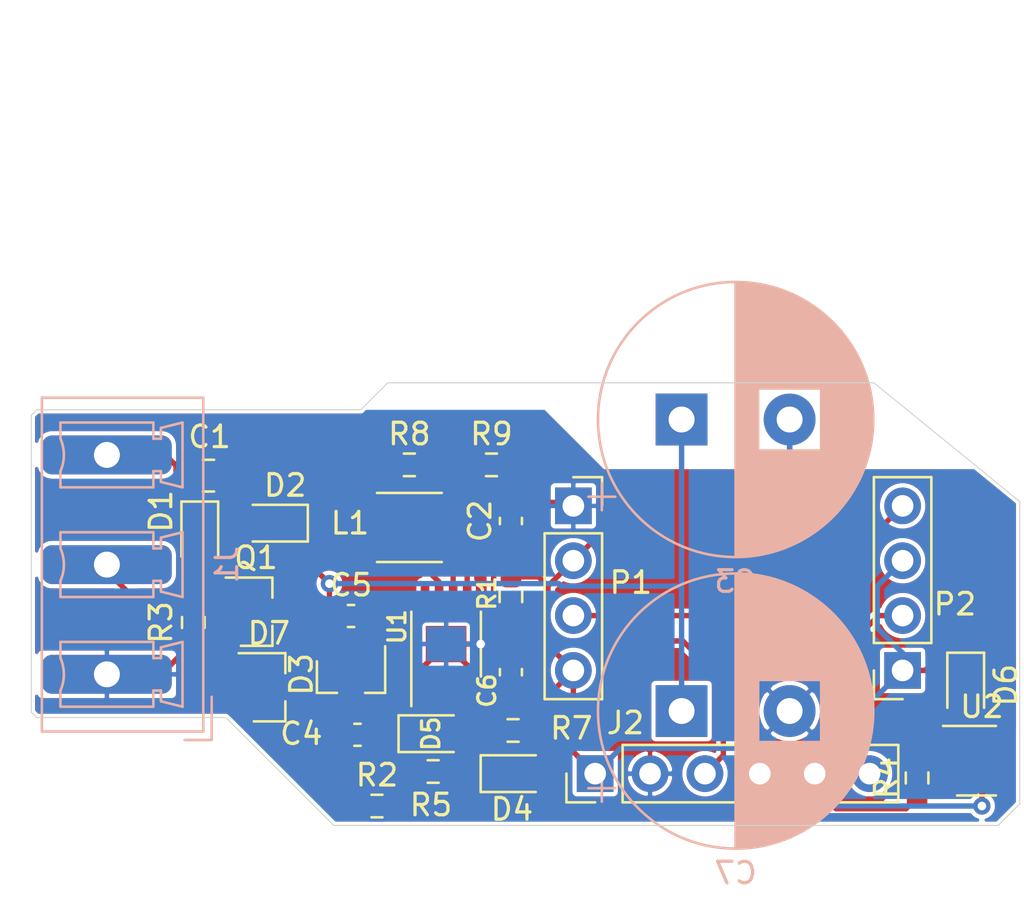
<source format=kicad_pcb>
(kicad_pcb (version 20171130) (host pcbnew 5.1.9+dfsg1-1)
  (layers (0 F.Cu signal) (31 B.Cu signal) (34 B.Paste user) (35 F.Paste user) (36 B.SilkS user) (37 F.SilkS user) (38 B.Mask user) (39 F.Mask user) (44 Edge.Cuts user))
  (net 0 "")
  (net 1 /A)
  (net 2 "Net-(C1-Pad1)")
  (net 3 /RX)
  (net 4 GND)
  (net 5 +2V5)
  (net 6 /I2)
  (net 7 /TX)
  (net 8 /RST)
  (net 9 /CTS)
  (net 10 VCC)
  (net 11 "Net-(D4-Pad1)")
  (net 12 "Net-(D4-Pad2)")
  (net 13 "Net-(L1-Pad1)")
  (net 14 "Net-(R8-Pad2)")
  (net 15 "Net-(D6-Pad2)")
  (net 16 "Net-(D7-Pad2)")
  (module Diode_SMD:D_SOD-323 (layer F.Cu) (at 183.25 132.5 270)
    (fp_text reference D6 (at 0 -1.85 90) (layer F.SilkS))
    (fp_text value SD103)
    (pad 1 smd rect (at -1.05 0 270) (size 0.6 0.45) (layers F.Cu F.Paste F.Mask) (net 5 +2V5))
    (pad 2 smd rect (at 1.05 0 270) (size 0.6 0.45) (layers F.Cu F.Paste F.Mask) (net 15 "Net-(D6-Pad2)"))
  )
  (module Package_SO:MSOP-8-1EP_3x3mm_P0.65mm_EP1.68x1.88mm_ThermalVias (layer F.Cu) (at 159.2 130.6 90)
    (fp_text reference U1 (at 0.802744 -2.269563 90) (layer F.SilkS) (effects (font (size 0.8 0.8))))
    (fp_text value TPS62160DGKT)
    (pad 1 smd roundrect (at -2.15 -0.975 90) (size 1.45 0.4) (layers F.Cu F.Paste F.Mask) (net 4 GND))
    (pad 2 smd roundrect (at -2.15 -0.325 90) (size 1.45 0.4) (layers F.Cu F.Paste F.Mask) (net 10 VCC))
    (pad 3 smd roundrect (at -2.15 0.325 90) (size 1.45 0.4) (layers F.Cu F.Paste F.Mask) (net 11 "Net-(D4-Pad1)"))
    (pad 4 smd roundrect (at -2.15 0.975 90) (size 1.45 0.4) (layers F.Cu F.Paste F.Mask) (net 4 GND))
    (pad 5 smd roundrect (at 2.15 0.975 90) (size 1.45 0.4) (layers F.Cu F.Paste F.Mask) (net 14 "Net-(R8-Pad2)"))
    (pad 6 smd roundrect (at 2.15 0.325 90) (size 1.45 0.4) (layers F.Cu F.Paste F.Mask) (net 5 +2V5))
    (pad 7 smd roundrect (at 2.15 -0.325 90) (size 1.45 0.4) (layers F.Cu F.Paste F.Mask) (net 13 "Net-(L1-Pad1)"))
    (pad 8 smd roundrect (at 2.15 -0.975 90) (size 1.45 0.4) (layers F.Cu F.Paste F.Mask))
    (pad 9 smd rect (at 0 0 90) (size 1.68 1.88) (layers F.Cu F.Mask) (net 4 GND))
    (pad 9 smd rect (at 0 0 90) (size 1.6 1.8) (layers B.Cu) (net 4 GND))
  )
  (module Diode_SMD:D_SOD-323 (layer F.Cu) (at 151.3 125 180)
    (fp_text reference D2 (at -0.45 1.75) (layer F.SilkS))
    (fp_text value SD103)
    (pad 2 smd rect (at 1.05 0 180) (size 0.6 0.45) (layers F.Cu F.Paste F.Mask) (net 2 "Net-(C1-Pad1)"))
    (pad 1 smd rect (at -1.05 0 180) (size 0.6 0.45) (layers F.Cu F.Paste F.Mask) (net 10 VCC))
  )
  (module Diode_SMD:D_SOT-23_ANK (layer F.Cu) (at 154.8 132.1 270)
    (fp_text reference D3 (at -0.1 2.3 90) (layer F.SilkS))
    (fp_text value BZX84C16)
    (pad 2 smd rect (at -1 -0.95 270) (size 0.9 0.8) (layers F.Cu F.Paste F.Mask) (net 4 GND))
    (pad "" smd rect (at -1 0.95 270) (size 0.9 0.8) (layers F.Cu F.Paste F.Mask))
    (pad 1 smd rect (at 1 0 270) (size 0.9 0.8) (layers F.Cu F.Paste F.Mask) (net 10 VCC))
  )
  (module Capacitor_THT:CP_Radial_D12.5mm_P5.00mm (layer B.Cu) (at 170.1 120.2)
    (fp_text reference C3 (at 2.5 7.5) (layer B.SilkS) (effects (justify mirror)))
    (fp_text value "4700uF 16V")
    (pad 1 thru_hole rect (at 0 0) (size 2.4 2.4) (drill 1.2) (layers *.Cu *.Mask) (net 10 VCC))
    (pad 2 thru_hole circle (at 5 0) (size 2.4 2.4) (drill 1.2) (layers *.Cu *.Mask) (net 4 GND))
  )
  (module Connector_PinSocket_2.54mm:PinSocket_1x04_P2.54mm_Vertical (layer F.Cu) (at 165.09 124.2)
    (fp_text reference P1 (at 2.66 3.55) (layer F.SilkS))
    (fp_text value CONN_01X04)
    (pad 1 thru_hole rect (at 0 0) (size 1.7 1.7) (drill 1) (layers *.Cu *.Mask) (net 4 GND))
    (pad 2 thru_hole oval (at 0 2.54) (size 1.7 1.7) (drill 1) (layers *.Cu *.Mask) (net 3 /RX))
    (pad 3 thru_hole oval (at 0 5.08) (size 1.7 1.7) (drill 1) (layers *.Cu *.Mask) (net 7 /TX))
    (pad 4 thru_hole oval (at 0 7.62) (size 1.7 1.7) (drill 1) (layers *.Cu *.Mask) (net 5 +2V5))
  )
  (module Connector_PinSocket_2.54mm:PinSocket_1x04_P2.54mm_Vertical (layer F.Cu) (at 180.33 131.82 180)
    (fp_text reference P2 (at -2.42 3.07) (layer F.SilkS))
    (fp_text value CONN_01X04)
    (pad 4 thru_hole oval (at 0 7.62 180) (size 1.7 1.7) (drill 1) (layers *.Cu *.Mask) (net 8 /RST))
    (pad 3 thru_hole oval (at 0 5.08 180) (size 1.7 1.7) (drill 1) (layers *.Cu *.Mask) (net 5 +2V5))
    (pad 2 thru_hole oval (at 0 2.54 180) (size 1.7 1.7) (drill 1) (layers *.Cu *.Mask) (net 9 /CTS))
    (pad 1 thru_hole rect (at 0 0 180) (size 1.7 1.7) (drill 1) (layers *.Cu *.Mask) (net 5 +2V5))
  )
  (module Capacitor_SMD:C_0805_2012Metric_Pad1.18x1.45mm_HandSolder (layer F.Cu) (at 148.2 122.8 180)
    (fp_text reference C1 (at -0.05 1.8) (layer F.SilkS))
    (fp_text value 1uF)
    (pad 1 smd roundrect (at -1.0375 0 180) (size 1.175 1.45) (layers F.Cu F.Paste F.Mask) (roundrect_rratio 0.2127659574468085) (net 2 "Net-(C1-Pad1)"))
    (pad 2 smd roundrect (at 1.0375 0 180) (size 1.175 1.45) (layers F.Cu F.Paste F.Mask) (roundrect_rratio 0.2127659574468085) (net 1 /A))
  )
  (module Capacitor_SMD:C_0603_1608Metric_Pad1.08x0.95mm_HandSolder (layer F.Cu) (at 162.2 124.9 90)
    (fp_text reference C2 (at 0 -1.43 90) (layer F.SilkS))
    (fp_text value 330pF)
    (pad 2 smd roundrect (at 0.8625 0 90) (size 1.075 0.95) (layers F.Cu F.Paste F.Mask) (net 4 GND))
    (pad 1 smd roundrect (at -0.8625 0 90) (size 1.075 0.95) (layers F.Cu F.Paste F.Mask) (net 3 /RX))
  )
  (module Capacitor_SMD:C_0603_1608Metric_Pad1.08x0.95mm_HandSolder (layer F.Cu) (at 155.1 134.8 180)
    (fp_text reference C4 (at 2.6 0.05) (layer F.SilkS))
    (fp_text value 100nF)
    (pad 1 smd roundrect (at -0.8625 0 180) (size 1.075 0.95) (layers F.Cu F.Paste F.Mask) (net 10 VCC))
    (pad 2 smd roundrect (at 0.8625 0 180) (size 1.075 0.95) (layers F.Cu F.Paste F.Mask) (net 4 GND))
  )
  (module Capacitor_SMD:C_0603_1608Metric_Pad1.08x0.95mm_HandSolder (layer F.Cu) (at 154.8 129.3)
    (fp_text reference C5 (at 0 -1.43) (layer F.SilkS))
    (fp_text value 22uF)
    (pad 2 smd roundrect (at 0.8625 0) (size 1.075 0.95) (layers F.Cu F.Paste F.Mask) (net 4 GND))
    (pad 1 smd roundrect (at -0.8625 0) (size 1.075 0.95) (layers F.Cu F.Paste F.Mask) (net 10 VCC))
  )
  (module Capacitor_SMD:C_0603_1608Metric_Pad1.08x0.95mm_HandSolder (layer F.Cu) (at 162.2 131.9 90)
    (fp_text reference C6 (at -0.857116 -1.106127 90) (layer F.SilkS) (effects (font (size 0.8 0.8))))
    (fp_text value 22uF)
    (pad 1 smd roundrect (at -0.8625 0 90) (size 1.075 0.95) (layers F.Cu F.Paste F.Mask) (net 5 +2V5))
    (pad 2 smd roundrect (at 0.8625 0 90) (size 1.075 0.95) (layers F.Cu F.Paste F.Mask) (net 4 GND))
  )
  (module Diode_SMD:D_SOD-323 (layer F.Cu) (at 147.8 125.5 270)
    (fp_text reference D1 (at -1.05 1.8 90) (layer F.SilkS))
    (fp_text value SD103)
    (pad 1 smd rect (at -1.05 0 270) (size 0.6 0.45) (layers F.Cu F.Paste F.Mask) (net 2 "Net-(C1-Pad1)"))
    (pad 2 smd rect (at 1.05 0 270) (size 0.6 0.45) (layers F.Cu F.Paste F.Mask) (net 4 GND))
  )
  (module Diode_SMD:D_SOD-323 (layer F.Cu) (at 162.3 136.6)
    (fp_text reference D4 (at -0.05 1.65) (layer F.SilkS))
    (fp_text value SD103)
    (pad 1 smd rect (at -1.05 0) (size 0.6 0.45) (layers F.Cu F.Paste F.Mask) (net 11 "Net-(D4-Pad1)"))
    (pad 2 smd rect (at 1.05 0) (size 0.6 0.45) (layers F.Cu F.Paste F.Mask) (net 12 "Net-(D4-Pad2)"))
  )
  (module Connector_Phoenix_MC_HighVoltage:PhoenixContact_MCV_1,5_3-G-5.08_1x03_P5.08mm_Vertical (layer B.Cu) (at 143.5 132 90)
    (fp_text reference J1 (at 5.08 5.55 90) (layer B.SilkS) (effects (justify mirror)))
    (fp_text value Conn_01x03_Male)
    (pad 1 thru_hole roundrect (at 0 0 90) (size 1.8 6) (drill 1.2) (layers *.Cu *.Mask) (net 4 GND))
    (pad 2 thru_hole roundrect (at 5.08 0 90) (size 1.8 6) (drill 1.2) (layers *.Cu *.Mask) (net 6 /I2))
    (pad 3 thru_hole roundrect (at 10.16 0 90) (size 1.8 6) (drill 1.2) (layers *.Cu *.Mask) (net 1 /A))
  )
  (module Connector_PinHeader_2.54mm:PinHeader_1x06_P2.54mm_Vertical (layer F.Cu) (at 166.1 136.6 90)
    (fp_text reference J2 (at 2.35 1.4 180) (layer F.SilkS))
    (fp_text value Conn_01x06_Male)
    (pad 1 thru_hole rect (at 0 0 90) (size 1.7 1.7) (drill 1) (layers *.Cu *.Mask) (net 5 +2V5))
    (pad 2 thru_hole oval (at 0 2.54 90) (size 1.7 1.7) (drill 1) (layers *.Cu *.Mask) (net 4 GND))
    (pad 3 thru_hole oval (at 0 5.08 90) (size 1.7 1.7) (drill 1) (layers *.Cu *.Mask) (net 3 /RX))
    (pad 4 thru_hole oval (at 0 7.62 90) (size 1.7 1.7) (drill 1) (layers *.Cu *.Mask) (net 7 /TX))
    (pad 5 thru_hole oval (at 0 10.16 90) (size 1.7 1.7) (drill 1) (layers *.Cu *.Mask) (net 8 /RST))
    (pad 6 thru_hole oval (at 0 12.7 90) (size 1.7 1.7) (drill 1) (layers *.Cu *.Mask) (net 9 /CTS))
  )
  (module Inductor_SMD:L_Taiyo-Yuden_NR-30xx (layer F.Cu) (at 157.5 125.2)
    (fp_text reference L1 (at -2.75 -0.2) (layer F.SilkS))
    (fp_text value NR3015T-2R2M)
    (pad 1 smd rect (at -1.1 0) (size 0.8 2.9) (layers F.Cu F.Paste F.Mask) (net 13 "Net-(L1-Pad1)"))
    (pad 2 smd rect (at 1.1 0) (size 0.8 2.9) (layers F.Cu F.Paste F.Mask) (net 5 +2V5))
  )
  (module Package_TO_SOT_SMD:SOT-23 (layer F.Cu) (at 150.4 129.1)
    (fp_text reference Q1 (at 0 -2.5) (layer F.SilkS))
    (fp_text value 2N7002)
    (pad 1 smd rect (at -1 -0.95) (size 0.9 0.8) (layers F.Cu F.Paste F.Mask) (net 6 /I2))
    (pad 2 smd rect (at -1 0.95) (size 0.9 0.8) (layers F.Cu F.Paste F.Mask) (net 4 GND))
    (pad 3 smd rect (at 1 0) (size 0.9 0.8) (layers F.Cu F.Paste F.Mask) (net 3 /RX))
  )
  (module Resistor_SMD:R_0603_1608Metric_Pad0.98x0.95mm_HandSolder (layer F.Cu) (at 162.2 128.4 90)
    (fp_text reference R1 (at 0.15 -1.105084 90) (layer F.SilkS) (effects (font (size 0.8 0.8))))
    (fp_text value 10k)
    (pad 2 smd roundrect (at 0.9125 0 90) (size 0.975 0.95) (layers F.Cu F.Paste F.Mask) (net 3 /RX))
    (pad 1 smd roundrect (at -0.9125 0 90) (size 0.975 0.95) (layers F.Cu F.Paste F.Mask) (net 5 +2V5))
  )
  (module Resistor_SMD:R_0603_1608Metric_Pad0.98x0.95mm_HandSolder (layer F.Cu) (at 147.5 129.6 270)
    (fp_text reference R3 (at 0 1.5 90) (layer F.SilkS))
    (fp_text value 10k)
    (pad 1 smd roundrect (at -0.9125 0 270) (size 0.975 0.95) (layers F.Cu F.Paste F.Mask) (net 6 /I2))
    (pad 2 smd roundrect (at 0.9125 0 270) (size 0.975 0.95) (layers F.Cu F.Paste F.Mask) (net 4 GND))
  )
  (module Resistor_SMD:R_0603_1608Metric_Pad0.98x0.95mm_HandSolder (layer F.Cu) (at 158.6 136.5)
    (fp_text reference R5 (at -0.1 1.55) (layer F.SilkS))
    (fp_text value 5.6k)
    (pad 1 smd roundrect (at -0.9125 0) (size 0.975 0.95) (layers F.Cu F.Paste F.Mask) (net 4 GND))
    (pad 2 smd roundrect (at 0.9125 0) (size 0.975 0.95) (layers F.Cu F.Paste F.Mask) (net 11 "Net-(D4-Pad1)"))
  )
  (module Resistor_SMD:R_0603_1608Metric_Pad0.98x0.95mm_HandSolder (layer F.Cu) (at 162.3 134.6)
    (fp_text reference R7 (at 2.7 -0.1) (layer F.SilkS))
    (fp_text value 5.6k)
    (pad 1 smd roundrect (at -0.9125 0) (size 0.975 0.95) (layers F.Cu F.Paste F.Mask) (net 5 +2V5))
    (pad 2 smd roundrect (at 0.9125 0) (size 0.975 0.95) (layers F.Cu F.Paste F.Mask) (net 12 "Net-(D4-Pad2)"))
  )
  (module Resistor_SMD:R_0603_1608Metric_Pad0.98x0.95mm_HandSolder (layer F.Cu) (at 157.5 122.3)
    (fp_text reference R8 (at 0 -1.43) (layer F.SilkS))
    (fp_text value 330k)
    (pad 1 smd roundrect (at -0.9125 0) (size 0.975 0.95) (layers F.Cu F.Paste F.Mask) (net 5 +2V5))
    (pad 2 smd roundrect (at 0.9125 0) (size 0.975 0.95) (layers F.Cu F.Paste F.Mask) (net 14 "Net-(R8-Pad2)"))
  )
  (module Resistor_SMD:R_0603_1608Metric_Pad0.98x0.95mm_HandSolder (layer F.Cu) (at 161.3 122.3)
    (fp_text reference R9 (at 0 -1.43) (layer F.SilkS))
    (fp_text value 150k)
    (pad 2 smd roundrect (at 0.9125 0) (size 0.975 0.95) (layers F.Cu F.Paste F.Mask) (net 4 GND))
    (pad 1 smd roundrect (at -0.9125 0) (size 0.975 0.95) (layers F.Cu F.Paste F.Mask) (net 14 "Net-(R8-Pad2)"))
  )
  (module Capacitor_THT:CP_Radial_D12.5mm_P5.00mm (layer B.Cu) (at 170.1 133.7)
    (fp_text reference C7 (at 2.5 7.5) (layer B.SilkS) (effects (justify mirror)))
    (fp_text value "4700uF 16V")
    (pad 1 thru_hole rect (at 0 0) (size 2.4 2.4) (drill 1.2) (layers *.Cu *.Mask) (net 10 VCC))
    (pad 2 thru_hole circle (at 5 0) (size 2.4 2.4) (drill 1.2) (layers *.Cu *.Mask) (net 4 GND))
  )
  (module Diode_SMD:D_SOD-323 (layer F.Cu) (at 158.5 134.75)
    (fp_text reference D5 (at 0 0 90) (layer F.SilkS) (effects (font (size 0.8 0.8))))
    (fp_text value BZT52C13S)
    (pad 1 smd rect (at -1.05 0) (size 0.6 0.45) (layers F.Cu F.Paste F.Mask) (net 10 VCC))
    (pad 2 smd rect (at 1.05 0) (size 0.6 0.45) (layers F.Cu F.Paste F.Mask) (net 11 "Net-(D4-Pad1)"))
  )
  (module Package_TO_SOT_SMD:SOT-23-5 (layer F.Cu) (at 183.75 136)
    (fp_text reference U2 (at 0.25 -2.5) (layer F.SilkS))
    (fp_text value APX823)
    (pad 1 smd rect (at -1.1 -0.95) (size 1.06 0.65) (layers F.Cu F.Paste F.Mask) (net 8 /RST))
    (pad 2 smd rect (at -1.1 0) (size 1.06 0.65) (layers F.Cu F.Paste F.Mask) (net 4 GND))
    (pad 3 smd rect (at -1.1 0.95) (size 1.06 0.65) (layers F.Cu F.Paste F.Mask) (net 15 "Net-(D6-Pad2)"))
    (pad 4 smd rect (at 1.1 0.95) (size 1.06 0.65) (layers F.Cu F.Paste F.Mask) (net 7 /TX))
    (pad 5 smd rect (at 1.1 -0.95) (size 1.06 0.65) (layers F.Cu F.Paste F.Mask) (net 5 +2V5))
  )
  (module Diode_SMD:D_SOT-23_ANK (layer F.Cu) (at 151 132.6)
    (fp_text reference D7 (at 0 -2.5) (layer F.SilkS))
    (fp_text value BZX84C16)
    (pad 2 smd rect (at -1 -0.95) (size 0.9 0.8) (layers F.Cu F.Paste F.Mask) (net 16 "Net-(D7-Pad2)"))
    (pad "" smd rect (at -1 0.95) (size 0.9 0.8) (layers F.Cu F.Paste F.Mask))
    (pad 1 smd rect (at 1 0) (size 0.9 0.8) (layers F.Cu F.Paste F.Mask) (net 10 VCC))
  )
  (module Resistor_SMD:R_0603_1608Metric_Pad0.98x0.95mm_HandSolder (layer F.Cu) (at 156 138.1)
    (fp_text reference R2 (at 0 -1.43) (layer F.SilkS))
    (fp_text value 330k)
    (pad 1 smd roundrect (at -0.9125 0) (size 0.975 0.95) (layers F.Cu F.Paste F.Mask) (net 16 "Net-(D7-Pad2)"))
    (pad 2 smd roundrect (at 0.9125 0) (size 0.975 0.95) (layers F.Cu F.Paste F.Mask) (net 15 "Net-(D6-Pad2)"))
  )
  (module Resistor_SMD:R_0603_1608Metric_Pad0.98x0.95mm_HandSolder (layer F.Cu) (at 181 136.8 90)
    (fp_text reference R4 (at 0 -1.43 90) (layer F.SilkS))
    (fp_text value 330k)
    (pad 2 smd roundrect (at 0.9125 0 90) (size 0.975 0.95) (layers F.Cu F.Paste F.Mask) (net 4 GND))
    (pad 1 smd roundrect (at -0.9125 0 90) (size 0.975 0.95) (layers F.Cu F.Paste F.Mask) (net 15 "Net-(D6-Pad2)"))
  )
  (gr_line (start 155.25 119.75) (end 156.5 118.5) (layer Edge.Cuts) (width 0.05))
  (gr_line (start 185.75 138) (end 184.75 139) (layer Edge.Cuts) (width 0.05))
  (gr_line (start 179 118.5) (end 185.75 124) (layer Edge.Cuts) (width 0.05))
  (gr_line (start 140 133.75) (end 140.25 134) (layer Edge.Cuts) (width 0.05))
  (gr_line (start 140.25 119.75) (end 140 120) (layer Edge.Cuts) (width 0.05))
  (gr_line (start 156.5 118.5) (end 179 118.5) (layer Edge.Cuts) (width 0.05))
  (gr_line (start 140 133.75) (end 140 120) (layer Edge.Cuts) (width 0.05))
  (gr_line (start 149 134) (end 140.25 134) (layer Edge.Cuts) (width 0.05))
  (gr_line (start 154 139) (end 149 134) (layer Edge.Cuts) (width 0.05))
  (gr_line (start 184.75 139) (end 154 139) (layer Edge.Cuts) (width 0.05))
  (gr_line (start 185.75 124) (end 185.75 138) (layer Edge.Cuts) (width 0.05))
  (gr_line (start 140.25 119.75) (end 155.25 119.75) (layer Edge.Cuts) (width 0.05))
  (segment (start 146.4025 122.04) (end 147.1625 122.8) (width 0.25) (layer F.Cu) (net 1))
  (segment (start 143.4 122.04) (end 146.4025 122.04) (width 0.25) (layer F.Cu) (net 1))
  (segment (start 149.25 122.7875) (end 149.2375 122.8) (width 0.25) (layer F.Cu) (net 2))
  (segment (start 147.8 124.2375) (end 149.2375 122.8) (width 0.25) (layer F.Cu) (net 2))
  (segment (start 149.2375 123.9875) (end 150.25 125) (width 0.25) (layer F.Cu) (net 2))
  (segment (start 149.2375 122.8) (end 149.2375 123.9875) (width 0.25) (layer F.Cu) (net 2))
  (segment (start 163.914999 127.915001) (end 165.09 126.74) (width 0.25) (layer F.Cu) (net 3))
  (segment (start 163.487498 127.4875) (end 163.914999 127.915001) (width 0.25) (layer F.Cu) (net 3))
  (segment (start 162.2 127.4875) (end 163.487498 127.4875) (width 0.25) (layer F.Cu) (net 3))
  (segment (start 162.2 125.7625) (end 162.2 127.4875) (width 0.25) (layer F.Cu) (net 3))
  (segment (start 166.265001 125.564999) (end 165.09 126.74) (width 0.25) (layer F.Cu) (net 3))
  (segment (start 166.265001 123.089999) (end 166.265001 125.564999) (width 0.25) (layer F.Cu) (net 3))
  (segment (start 164.224982 121.04998) (end 166.265001 123.089999) (width 0.25) (layer F.Cu) (net 3))
  (segment (start 158.95002 121.04998) (end 164.224982 121.04998) (width 0.25) (layer F.Cu) (net 3))
  (segment (start 156.55451 121.04998) (end 158.95002 121.04998) (width 0.25) (layer F.Cu) (net 3))
  (segment (start 151.4 129.7) (end 151.4 124.9) (width 0.25) (layer F.Cu) (net 3))
  (segment (start 163.914999 129.844001) (end 163.914999 127.915001) (width 0.25) (layer F.Cu) (net 3))
  (segment (start 164.525999 130.455001) (end 163.914999 129.844001) (width 0.25) (layer F.Cu) (net 3))
  (segment (start 171.18 136.6) (end 172.029999 135.750001) (width 0.25) (layer F.Cu) (net 3))
  (segment (start 168.155001 130.455001) (end 170.155001 130.455001) (width 0.25) (layer F.Cu) (net 3))
  (segment (start 168.155001 130.455001) (end 164.525999 130.455001) (width 0.25) (layer F.Cu) (net 3))
  (segment (start 172.029999 132.329999) (end 172.029999 133.470001) (width 0.25) (layer F.Cu) (net 3))
  (segment (start 170.155001 130.455001) (end 172.029999 132.329999) (width 0.25) (layer F.Cu) (net 3))
  (segment (start 172.029999 135.750001) (end 172.029999 133.470001) (width 0.25) (layer F.Cu) (net 3))
  (segment (start 155.190018 121.04998) (end 157.45002 121.04998) (width 0.25) (layer F.Cu) (net 3))
  (segment (start 151.4 129.7) (end 151.4 124.839998) (width 0.25) (layer F.Cu) (net 3))
  (segment (start 151.4 124.839998) (end 155.190018 121.04998) (width 0.25) (layer F.Cu) (net 3))
  (segment (start 157.45002 121.04998) (end 158.95002 121.04998) (width 0.25) (layer F.Cu) (net 3))
  (segment (start 157.04998 121.04998) (end 157.45002 121.04998) (width 0.25) (layer F.Cu) (net 3))
  (segment (start 155.75 129.3875) (end 155.6625 129.3) (width 0.25) (layer F.Cu) (net 4))
  (segment (start 155.75 131.1) (end 155.75 129.3875) (width 0.25) (layer F.Cu) (net 4))
  (segment (start 154.2375 136.65) (end 154.1875 136.7) (width 0.25) (layer F.Cu) (net 4))
  (segment (start 154.2375 134.8) (end 154.2375 136.65) (width 0.25) (layer F.Cu) (net 4))
  (segment (start 158.225 131.575) (end 159.2 130.6) (width 0.25) (layer F.Cu) (net 4))
  (segment (start 158.225 132.75) (end 158.225 131.575) (width 0.25) (layer F.Cu) (net 4))
  (segment (start 160.175 131.575) (end 159.2 130.6) (width 0.25) (layer F.Cu) (net 4))
  (segment (start 160.175 132.75) (end 160.175 131.575) (width 0.25) (layer F.Cu) (net 4))
  (segment (start 159.9625 131.0375) (end 159.85 131.15) (width 0.25) (layer F.Cu) (net 4))
  (segment (start 158.7 131.1) (end 159.2 130.6) (width 0.25) (layer F.Cu) (net 4))
  (segment (start 162.2125 124.025) (end 162.2 124.0375) (width 0.25) (layer F.Cu) (net 4))
  (segment (start 162.2125 122.3) (end 162.2125 124.025) (width 0.25) (layer F.Cu) (net 4))
  (segment (start 164.9275 124.0375) (end 165.09 124.2) (width 0.25) (layer F.Cu) (net 4))
  (segment (start 162.2 124.0375) (end 164.9275 124.0375) (width 0.25) (layer F.Cu) (net 4))
  (segment (start 145.8125 132.2) (end 147.5 130.5125) (width 0.25) (layer F.Cu) (net 4))
  (segment (start 143.4 132.2) (end 145.8125 132.2) (width 0.25) (layer F.Cu) (net 4))
  (segment (start 159.2 130.6) (end 160.8 130.6) (width 0.25) (layer F.Cu) (net 4))
  (via (at 160.8 130.6) (size 0.8) (drill 0.4) (layers F.Cu B.Cu) (net 4))
  (segment (start 175.1 120.2) (end 175.1 123.4) (width 0.25) (layer F.Cu) (net 4))
  (segment (start 175.1 120.2) (end 175.1 123.4) (width 0.25) (layer B.Cu) (net 4))
  (segment (start 161.3875 133.575) (end 162.2 132.7625) (width 0.25) (layer F.Cu) (net 5))
  (segment (start 161.3875 134.6) (end 161.3875 133.575) (width 0.25) (layer F.Cu) (net 5))
  (segment (start 164.1475 132.7625) (end 165.09 131.82) (width 0.25) (layer F.Cu) (net 5))
  (segment (start 162.2 132.7625) (end 164.1475 132.7625) (width 0.25) (layer F.Cu) (net 5))
  (segment (start 165.09 135.59) (end 166.1 136.6) (width 0.25) (layer F.Cu) (net 5))
  (segment (start 165.09 131.82) (end 165.09 135.59) (width 0.25) (layer F.Cu) (net 5))
  (segment (start 159.525 126.125) (end 159.525 128.45) (width 0.25) (layer F.Cu) (net 5))
  (segment (start 158.6 125.2) (end 159.525 126.125) (width 0.25) (layer F.Cu) (net 5))
  (segment (start 157.12949 122.3) (end 156.5875 122.3) (width 0.25) (layer F.Cu) (net 5))
  (segment (start 158.6 123.77051) (end 157.12949 122.3) (width 0.25) (layer F.Cu) (net 5))
  (segment (start 158.6 125.2) (end 158.6 123.77051) (width 0.25) (layer F.Cu) (net 5))
  (segment (start 161.39999 128.51249) (end 162.2 129.3125) (width 0.25) (layer F.Cu) (net 5))
  (segment (start 161.39999 121.8295) (end 161.39999 128.51249) (width 0.25) (layer F.Cu) (net 5))
  (segment (start 161.07048 121.49999) (end 161.39999 121.8295) (width 0.25) (layer F.Cu) (net 5))
  (segment (start 157.38751 121.49999) (end 161.07048 121.49999) (width 0.25) (layer F.Cu) (net 5))
  (segment (start 156.5875 122.3) (end 157.38751 121.49999) (width 0.25) (layer F.Cu) (net 5))
  (segment (start 162.5825 129.3125) (end 165.09 131.82) (width 0.25) (layer F.Cu) (net 5))
  (segment (start 162.2 129.3125) (end 162.5825 129.3125) (width 0.25) (layer F.Cu) (net 5))
  (segment (start 180.33 126.74) (end 179.154999 127.915001) (width 0.25) (layer B.Cu) (net 5))
  (segment (start 176.725001 135.424999) (end 180.33 131.82) (width 0.25) (layer B.Cu) (net 5))
  (segment (start 167.275001 135.424999) (end 176.725001 135.424999) (width 0.25) (layer B.Cu) (net 5))
  (segment (start 166.1 136.6) (end 167.275001 135.424999) (width 0.25) (layer B.Cu) (net 5))
  (segment (start 179.154999 129.844001) (end 179.154999 127.915001) (width 0.25) (layer B.Cu) (net 5))
  (segment (start 180.33 131.019002) (end 179.154999 129.844001) (width 0.25) (layer B.Cu) (net 5))
  (segment (start 180.33 131.82) (end 180.33 131.019002) (width 0.25) (layer B.Cu) (net 5))
  (segment (start 144.9675 128.6875) (end 143.4 127.12) (width 0.25) (layer F.Cu) (net 6))
  (segment (start 147.5 128.6875) (end 144.9675 128.6875) (width 0.25) (layer F.Cu) (net 6))
  (segment (start 172.870001 135.750001) (end 172.870001 131.170001) (width 0.25) (layer F.Cu) (net 7))
  (segment (start 173.72 136.6) (end 172.870001 135.750001) (width 0.25) (layer F.Cu) (net 7))
  (segment (start 170.98 129.28) (end 165.09 129.28) (width 0.25) (layer F.Cu) (net 7))
  (segment (start 172.870001 131.170001) (end 170.98 129.28) (width 0.25) (layer F.Cu) (net 7))
  (segment (start 176.26 136.6) (end 176.9 135.96) (width 0.25) (layer F.Cu) (net 8))
  (segment (start 176.9 127.63) (end 180.33 124.2) (width 0.25) (layer F.Cu) (net 8))
  (segment (start 176.9 135.96) (end 176.9 127.63) (width 0.25) (layer F.Cu) (net 8))
  (segment (start 180.33 129.28) (end 179.22 129.28) (width 0.25) (layer F.Cu) (net 9))
  (segment (start 179.22 129.28) (end 178.5 130) (width 0.25) (layer F.Cu) (net 9))
  (segment (start 178.5 136.3) (end 178.8 136.6) (width 0.25) (layer F.Cu) (net 9))
  (segment (start 178.5 130) (end 178.5 136.3) (width 0.25) (layer F.Cu) (net 9))
  (segment (start 158.75001 133.73749) (end 157.6875 134.8) (width 0.25) (layer F.Cu) (net 10))
  (segment (start 158.75001 133.34999) (end 158.75001 133.73749) (width 0.25) (layer F.Cu) (net 10))
  (segment (start 158.875 133.225) (end 158.75001 133.34999) (width 0.25) (layer F.Cu) (net 10))
  (segment (start 158.875 132.75) (end 158.875 133.225) (width 0.25) (layer F.Cu) (net 10))
  (segment (start 154.8 133.6375) (end 155.9625 134.8) (width 0.25) (layer F.Cu) (net 10))
  (segment (start 154.8 133.1) (end 154.8 133.6375) (width 0.25) (layer F.Cu) (net 10))
  (segment (start 154.575001 132.875001) (end 154.8 133.1) (width 0.25) (layer F.Cu) (net 10))
  (segment (start 154.575001 129.937501) (end 154.575001 132.875001) (width 0.25) (layer F.Cu) (net 10))
  (segment (start 153.9375 129.3) (end 154.575001 129.937501) (width 0.25) (layer F.Cu) (net 10))
  (segment (start 155.9625 134.8) (end 157.6875 134.8) (width 0.25) (layer F.Cu) (net 10))
  (via (at 153.8 127.8) (size 0.8) (drill 0.4) (layers F.Cu B.Cu) (net 10))
  (segment (start 153.8 129.1625) (end 153.9375 129.3) (width 0.25) (layer F.Cu) (net 10))
  (segment (start 153.8 127.8) (end 153.8 129.1625) (width 0.25) (layer F.Cu) (net 10))
  (segment (start 153.5 127.5) (end 153.8 127.8) (width 0.25) (layer F.Cu) (net 10))
  (segment (start 170.1 120.3) (end 170 120.2) (width 0.25) (layer B.Cu) (net 10))
  (segment (start 152.35 126.35) (end 153.8 127.8) (width 0.25) (layer F.Cu) (net 10))
  (segment (start 152.35 125) (end 152.35 126.35) (width 0.25) (layer F.Cu) (net 10))
  (segment (start 170.034999 127.915001) (end 170.1 127.85) (width 0.25) (layer B.Cu) (net 10))
  (segment (start 164.525999 127.915001) (end 170.034999 127.915001) (width 0.25) (layer B.Cu) (net 10))
  (segment (start 153.8 127.8) (end 164.410998 127.8) (width 0.25) (layer B.Cu) (net 10))
  (segment (start 170.1 127.85) (end 170.1 120.3) (width 0.25) (layer B.Cu) (net 10))
  (segment (start 164.410998 127.8) (end 164.525999 127.915001) (width 0.25) (layer B.Cu) (net 10))
  (segment (start 170.1 133.7) (end 170.1 127.85) (width 0.25) (layer B.Cu) (net 10))
  (segment (start 159.5125 136.7) (end 159.5125 134.8) (width 0.25) (layer F.Cu) (net 11))
  (segment (start 159.525 134.7875) (end 159.5125 134.8) (width 0.25) (layer F.Cu) (net 11))
  (segment (start 159.525 132.75) (end 159.525 134.7875) (width 0.25) (layer F.Cu) (net 11))
  (segment (start 159.6125 136.6) (end 159.5125 136.7) (width 0.25) (layer F.Cu) (net 11))
  (segment (start 161.25 136.6) (end 159.6125 136.6) (width 0.25) (layer F.Cu) (net 11))
  (segment (start 163.2125 136.4625) (end 163.35 136.6) (width 0.25) (layer F.Cu) (net 12))
  (segment (start 163.2125 134.6) (end 163.2125 136.4625) (width 0.25) (layer F.Cu) (net 12))
  (segment (start 156.4 126.9) (end 156.4 125.2) (width 0.25) (layer F.Cu) (net 13))
  (segment (start 156.475001 126.975001) (end 156.4 126.9) (width 0.25) (layer F.Cu) (net 13))
  (segment (start 158.125001 126.975001) (end 156.475001 126.975001) (width 0.25) (layer F.Cu) (net 13))
  (segment (start 158.875 127.725) (end 158.125001 126.975001) (width 0.25) (layer F.Cu) (net 13))
  (segment (start 158.875 128.45) (end 158.875 127.725) (width 0.25) (layer F.Cu) (net 13))
  (segment (start 156.0125 136.7) (end 157.6875 136.7) (width 0.25) (layer F.Cu) (net 4))
  (segment (start 181.1125 136) (end 181 135.8875) (width 0.25) (layer F.Cu) (net 4))
  (segment (start 182.4 136) (end 181.1125 136) (width 0.25) (layer F.Cu) (net 4))
  (segment (start 147.9625 130.05) (end 147.5 130.5125) (width 0.25) (layer F.Cu) (net 4))
  (segment (start 149.4 130.05) (end 147.9625 130.05) (width 0.25) (layer F.Cu) (net 4))
  (segment (start 182.4 136) (end 183.18 136) (width 0.25) (layer F.Cu) (net 4))
  (segment (start 180.575001 134.275001) (end 180.3 134) (width 0.25) (layer F.Cu) (net 4))
  (segment (start 183.315003 134.275001) (end 180.575001 134.275001) (width 0.25) (layer F.Cu) (net 4))
  (segment (start 183.505001 135.924999) (end 183.505001 134.464999) (width 0.25) (layer F.Cu) (net 4))
  (segment (start 183.505001 134.464999) (end 183.315003 134.275001) (width 0.25) (layer F.Cu) (net 4))
  (segment (start 183.43 136) (end 183.505001 135.924999) (width 0.25) (layer F.Cu) (net 4))
  (segment (start 182.65 136) (end 183.43 136) (width 0.25) (layer F.Cu) (net 4))
  (segment (start 181.37 131.82) (end 180.33 131.82) (width 0.25) (layer F.Cu) (net 5))
  (segment (start 184.6 132.8) (end 183.25 131.45) (width 0.25) (layer F.Cu) (net 5))
  (segment (start 184.6 135.05) (end 184.6 132.8) (width 0.25) (layer F.Cu) (net 5))
  (segment (start 181.74 131.45) (end 181.37 131.82) (width 0.25) (layer F.Cu) (net 5))
  (segment (start 183.25 131.45) (end 181.74 131.45) (width 0.25) (layer F.Cu) (net 5))
  (segment (start 148.8625 128.6875) (end 149.4 128.15) (width 0.25) (layer F.Cu) (net 6))
  (segment (start 147.5 128.6875) (end 148.8625 128.6875) (width 0.25) (layer F.Cu) (net 6))
  (segment (start 173.72 136.6) (end 175.22 138.1) (width 0.25) (layer B.Cu) (net 7))
  (segment (start 175.22 138.1) (end 184 138.1) (width 0.25) (layer B.Cu) (net 7))
  (via (at 184 138.1) (size 0.8) (drill 0.4) (layers F.Cu B.Cu) (net 7))
  (segment (start 184 137.55) (end 184.6 136.95) (width 0.25) (layer F.Cu) (net 7))
  (segment (start 184 138.1) (end 184 137.55) (width 0.25) (layer F.Cu) (net 7))
  (segment (start 181.4 135.05) (end 182.4 135.05) (width 0.25) (layer F.Cu) (net 8))
  (segment (start 179.975001 135.629489) (end 180.55449 135.05) (width 0.25) (layer F.Cu) (net 8))
  (segment (start 180.55449 135.05) (end 181.4 135.05) (width 0.25) (layer F.Cu) (net 8))
  (segment (start 179.975001 137.164001) (end 179.975001 135.629489) (width 0.25) (layer F.Cu) (net 8))
  (segment (start 179.364001 137.775001) (end 179.975001 137.164001) (width 0.25) (layer F.Cu) (net 8))
  (segment (start 177.435001 137.775001) (end 179.364001 137.775001) (width 0.25) (layer F.Cu) (net 8))
  (segment (start 176.26 136.6) (end 177.435001 137.775001) (width 0.25) (layer F.Cu) (net 8))
  (segment (start 152.5 133.1) (end 152 132.6) (width 0.25) (layer F.Cu) (net 10))
  (segment (start 154.8 133.1) (end 152.5 133.1) (width 0.25) (layer F.Cu) (net 10))
  (segment (start 160.175 122.5125) (end 160.3875 122.3) (width 0.25) (layer F.Cu) (net 14))
  (segment (start 160.175 128.45) (end 160.175 122.5125) (width 0.25) (layer F.Cu) (net 14))
  (segment (start 158.4125 122.3) (end 160.3875 122.3) (width 0.25) (layer F.Cu) (net 14))
  (segment (start 181.7625 136.95) (end 181 137.7125) (width 0.25) (layer F.Cu) (net 15))
  (segment (start 182.4 136.95) (end 181.7625 136.95) (width 0.25) (layer F.Cu) (net 15))
  (segment (start 180.487489 138.225011) (end 181 137.7125) (width 0.25) (layer F.Cu) (net 15))
  (segment (start 177.248601 138.225011) (end 180.487489 138.225011) (width 0.25) (layer F.Cu) (net 15))
  (segment (start 177.12359 138.1) (end 177.248601 138.225011) (width 0.25) (layer F.Cu) (net 15))
  (segment (start 156.9125 138.1) (end 177.12359 138.1) (width 0.25) (layer F.Cu) (net 15))
  (segment (start 182.4 136.95) (end 183.18 136.95) (width 0.25) (layer F.Cu) (net 15))
  (segment (start 183.43 136.95) (end 183.994999 136.385001) (width 0.25) (layer F.Cu) (net 15))
  (segment (start 182.65 136.95) (end 183.43 136.95) (width 0.25) (layer F.Cu) (net 15))
  (segment (start 183.994999 134.269999) (end 183.4875 133.7625) (width 0.25) (layer F.Cu) (net 15))
  (segment (start 183.994999 136.385001) (end 183.994999 134.269999) (width 0.25) (layer F.Cu) (net 15))
  (segment (start 183.4875 133.7625) (end 183.375 133.65) (width 0.25) (layer F.Cu) (net 15))
  (segment (start 183.744999 134.019999) (end 183.4875 133.7625) (width 0.25) (layer F.Cu) (net 15))
  (segment (start 154.95109 138.1) (end 155.0875 138.1) (width 0.25) (layer F.Cu) (net 16))
  (segment (start 150.775001 133.923911) (end 154.95109 138.1) (width 0.25) (layer F.Cu) (net 16))
  (segment (start 150.775001 132.425001) (end 150.775001 133.923911) (width 0.25) (layer F.Cu) (net 16))
  (segment (start 150 131.65) (end 150.775001 132.425001) (width 0.25) (layer F.Cu) (net 16))
  (zone (net 4) (net_name GND) (layer B.Cu) (connect_pads (clearance 0.15)) (min_thickness 0.15) (fill yes (arc_segments 32) (thermal_gap 0.2) (thermal_bridge_width 0.2))
    (polygon (pts (xy 185.75 139) (xy 154 139) (xy 152.5 137.5) (xy 140 137.5) (xy 140 119.75) (xy 163.75 119.75) (xy 164.5 120.5) (xy 166.5 122.5) (xy 185.75 122.5)))
  )
  (zone (net 4) (net_name GND) (layer F.Cu) (connect_pads (clearance 0.15)) (min_thickness 0.15) (fill yes (arc_segments 32) (thermal_gap 0.2) (thermal_bridge_width 0.2))
    (polygon (pts (xy 185.75 139) (xy 154 139) (xy 152.5 137.5) (xy 140 137.5) (xy 140 119.75) (xy 163.75 119.75) (xy 166.5 122.5) (xy 185.75 122.5)))
  )
)
</source>
